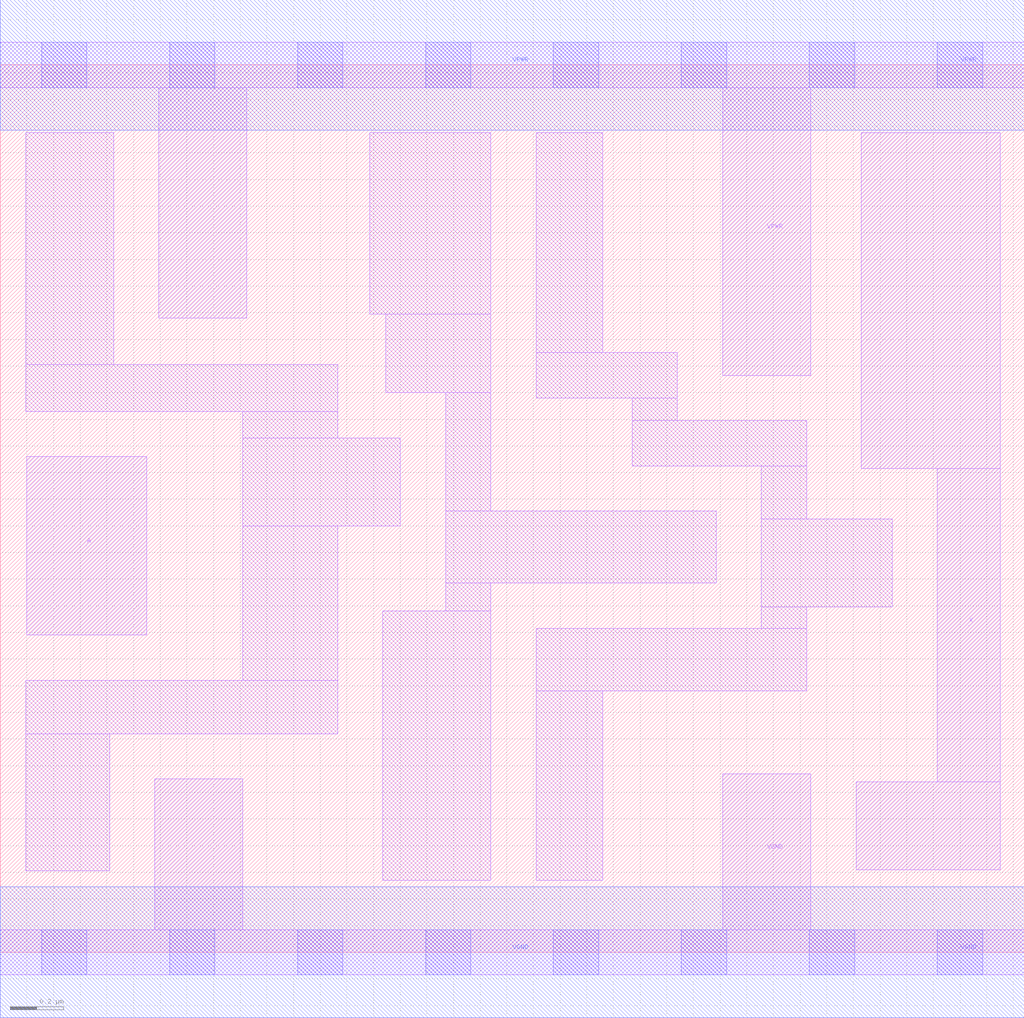
<source format=lef>
# Copyright 2020 The SkyWater PDK Authors
#
# Licensed under the Apache License, Version 2.0 (the "License");
# you may not use this file except in compliance with the License.
# You may obtain a copy of the License at
#
#     https://www.apache.org/licenses/LICENSE-2.0
#
# Unless required by applicable law or agreed to in writing, software
# distributed under the License is distributed on an "AS IS" BASIS,
# WITHOUT WARRANTIES OR CONDITIONS OF ANY KIND, either express or implied.
# See the License for the specific language governing permissions and
# limitations under the License.
#
# SPDX-License-Identifier: Apache-2.0

VERSION 5.7 ;
  NAMESCASESENSITIVE ON ;
  NOWIREEXTENSIONATPIN ON ;
  DIVIDERCHAR "/" ;
  BUSBITCHARS "[]" ;
UNITS
  DATABASE MICRONS 200 ;
END UNITS
MACRO sky130_fd_sc_lp__clkdlybuf4s25_1
  CLASS CORE ;
  SOURCE USER ;
  FOREIGN sky130_fd_sc_lp__clkdlybuf4s25_1 ;
  ORIGIN  0.000000  0.000000 ;
  SIZE  3.840000 BY  3.330000 ;
  SYMMETRY X Y R90 ;
  SITE unit ;
  PIN A
    ANTENNAGATEAREA  0.252000 ;
    DIRECTION INPUT ;
    USE SIGNAL ;
    PORT
      LAYER li1 ;
        RECT 0.100000 1.190000 0.550000 1.860000 ;
    END
  END A
  PIN X
    ANTENNADIFFAREA  0.445200 ;
    DIRECTION OUTPUT ;
    USE SIGNAL ;
    PORT
      LAYER li1 ;
        RECT 3.210000 0.310000 3.750000 0.640000 ;
        RECT 3.230000 1.815000 3.750000 3.075000 ;
        RECT 3.515000 0.640000 3.750000 1.815000 ;
    END
  END X
  PIN VGND
    DIRECTION INOUT ;
    USE GROUND ;
    PORT
      LAYER li1 ;
        RECT 0.000000 -0.085000 3.840000 0.085000 ;
        RECT 0.580000  0.085000 0.910000 0.650000 ;
        RECT 2.710000  0.085000 3.040000 0.670000 ;
      LAYER mcon ;
        RECT 0.155000 -0.085000 0.325000 0.085000 ;
        RECT 0.635000 -0.085000 0.805000 0.085000 ;
        RECT 1.115000 -0.085000 1.285000 0.085000 ;
        RECT 1.595000 -0.085000 1.765000 0.085000 ;
        RECT 2.075000 -0.085000 2.245000 0.085000 ;
        RECT 2.555000 -0.085000 2.725000 0.085000 ;
        RECT 3.035000 -0.085000 3.205000 0.085000 ;
        RECT 3.515000 -0.085000 3.685000 0.085000 ;
      LAYER met1 ;
        RECT 0.000000 -0.245000 3.840000 0.245000 ;
    END
  END VGND
  PIN VPWR
    DIRECTION INOUT ;
    USE POWER ;
    PORT
      LAYER li1 ;
        RECT 0.000000 3.245000 3.840000 3.415000 ;
        RECT 0.595000 2.380000 0.925000 3.245000 ;
        RECT 2.710000 2.165000 3.040000 3.245000 ;
      LAYER mcon ;
        RECT 0.155000 3.245000 0.325000 3.415000 ;
        RECT 0.635000 3.245000 0.805000 3.415000 ;
        RECT 1.115000 3.245000 1.285000 3.415000 ;
        RECT 1.595000 3.245000 1.765000 3.415000 ;
        RECT 2.075000 3.245000 2.245000 3.415000 ;
        RECT 2.555000 3.245000 2.725000 3.415000 ;
        RECT 3.035000 3.245000 3.205000 3.415000 ;
        RECT 3.515000 3.245000 3.685000 3.415000 ;
      LAYER met1 ;
        RECT 0.000000 3.085000 3.840000 3.575000 ;
    END
  END VPWR
  OBS
    LAYER li1 ;
      RECT 0.095000 0.305000 0.410000 0.820000 ;
      RECT 0.095000 0.820000 1.265000 1.020000 ;
      RECT 0.095000 2.030000 1.265000 2.205000 ;
      RECT 0.095000 2.205000 0.425000 3.075000 ;
      RECT 0.910000 1.020000 1.265000 1.600000 ;
      RECT 0.910000 1.600000 1.500000 1.930000 ;
      RECT 0.910000 1.930000 1.265000 2.030000 ;
      RECT 1.385000 2.395000 1.840000 3.075000 ;
      RECT 1.435000 0.270000 1.840000 1.280000 ;
      RECT 1.445000 2.100000 1.840000 2.395000 ;
      RECT 1.670000 1.280000 1.840000 1.385000 ;
      RECT 1.670000 1.385000 2.685000 1.655000 ;
      RECT 1.670000 1.655000 1.840000 2.100000 ;
      RECT 2.010000 0.270000 2.260000 0.980000 ;
      RECT 2.010000 0.980000 3.025000 1.215000 ;
      RECT 2.010000 2.080000 2.540000 2.250000 ;
      RECT 2.010000 2.250000 2.260000 3.075000 ;
      RECT 2.370000 1.825000 3.025000 1.995000 ;
      RECT 2.370000 1.995000 2.540000 2.080000 ;
      RECT 2.855000 1.215000 3.025000 1.295000 ;
      RECT 2.855000 1.295000 3.345000 1.625000 ;
      RECT 2.855000 1.625000 3.025000 1.825000 ;
  END
END sky130_fd_sc_lp__clkdlybuf4s25_1

</source>
